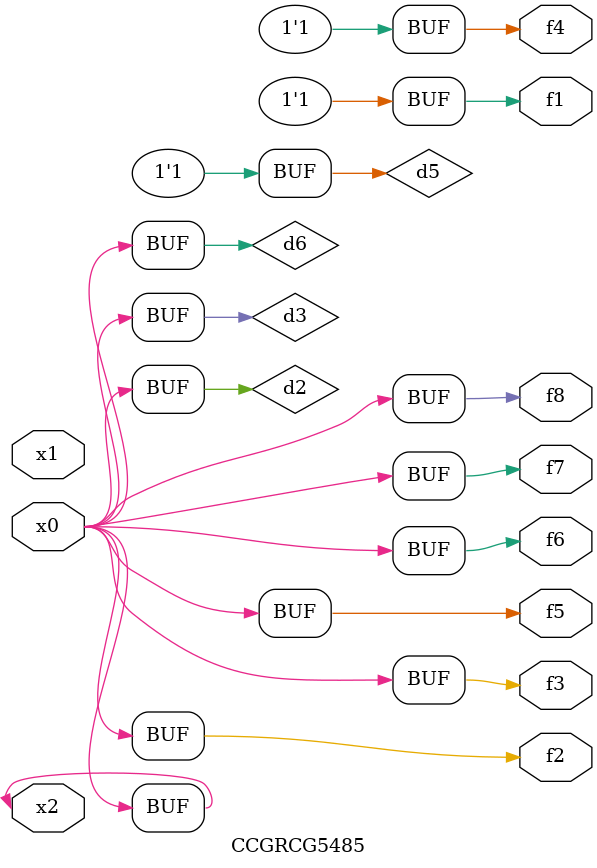
<source format=v>
module CCGRCG5485(
	input x0, x1, x2,
	output f1, f2, f3, f4, f5, f6, f7, f8
);

	wire d1, d2, d3, d4, d5, d6;

	xnor (d1, x2);
	buf (d2, x0, x2);
	and (d3, x0);
	xnor (d4, x1, x2);
	nand (d5, d1, d3);
	buf (d6, d2, d3);
	assign f1 = d5;
	assign f2 = d6;
	assign f3 = d6;
	assign f4 = d5;
	assign f5 = d6;
	assign f6 = d6;
	assign f7 = d6;
	assign f8 = d6;
endmodule

</source>
